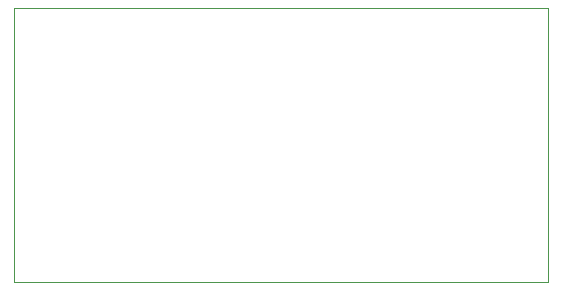
<source format=gm1>
G04 #@! TF.FileFunction,Profile,NP*
%FSLAX46Y46*%
G04 Gerber Fmt 4.6, Leading zero omitted, Abs format (unit mm)*
G04 Created by KiCad (PCBNEW 4.0.6) date 09/14/17 18:23:13*
%MOMM*%
%LPD*%
G01*
G04 APERTURE LIST*
%ADD10C,0.150000*%
%ADD11C,0.100000*%
G04 APERTURE END LIST*
D10*
D11*
X311080000Y-125500000D02*
X311100000Y-125500000D01*
X311080000Y-148690000D02*
X311080000Y-125500000D01*
X265900000Y-148690000D02*
X311080000Y-148690000D01*
X265900000Y-125500000D02*
X265900000Y-148690000D01*
X265900000Y-125500000D02*
X311100000Y-125500000D01*
M02*

</source>
